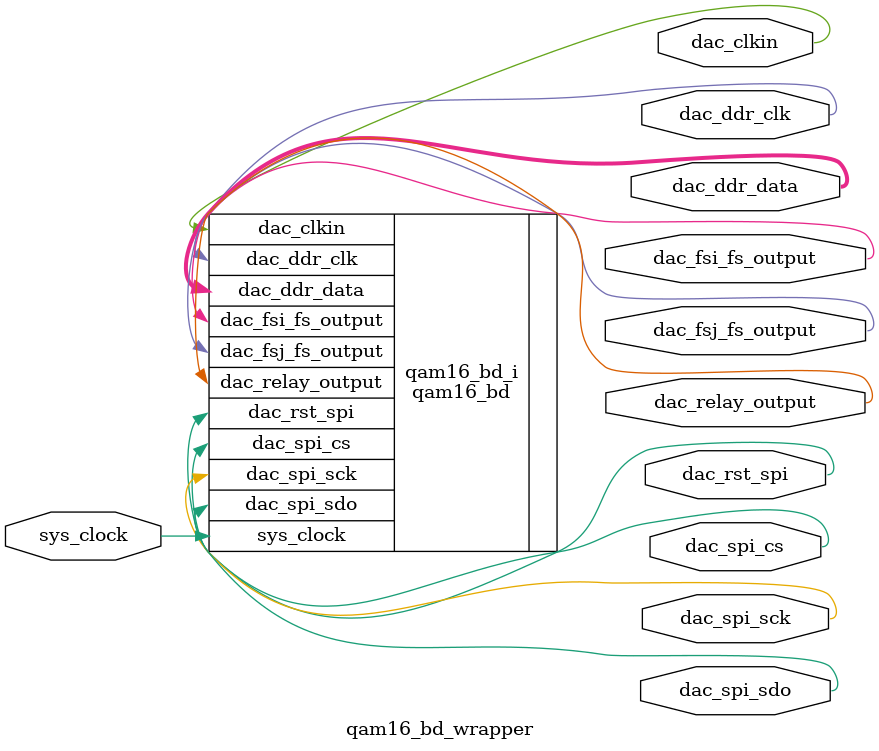
<source format=v>
`timescale 1 ps / 1 ps

module qam16_bd_wrapper
   (dac_clkin,
    dac_ddr_clk,
    dac_ddr_data,
    dac_fsi_fs_output,
    dac_fsj_fs_output,
    dac_relay_output,
    dac_rst_spi,
    dac_spi_cs,
    dac_spi_sck,
    dac_spi_sdo,
    sys_clock);
  output dac_clkin;
  output dac_ddr_clk;
  output [13:0]dac_ddr_data;
  output dac_fsi_fs_output;
  output dac_fsj_fs_output;
  output dac_relay_output;
  output dac_rst_spi;
  output dac_spi_cs;
  output dac_spi_sck;
  output dac_spi_sdo;
  input sys_clock;

  wire dac_clkin;
  wire dac_ddr_clk;
  wire [13:0]dac_ddr_data;
  wire dac_fsi_fs_output;
  wire dac_fsj_fs_output;
  wire dac_relay_output;
  wire dac_rst_spi;
  wire dac_spi_cs;
  wire dac_spi_sck;
  wire dac_spi_sdo;
  wire sys_clock;

  qam16_bd qam16_bd_i
       (.dac_clkin(dac_clkin),
        .dac_ddr_clk(dac_ddr_clk),
        .dac_ddr_data(dac_ddr_data),
        .dac_fsi_fs_output(dac_fsi_fs_output),
        .dac_fsj_fs_output(dac_fsj_fs_output),
        .dac_relay_output(dac_relay_output),
        .dac_rst_spi(dac_rst_spi),
        .dac_spi_cs(dac_spi_cs),
        .dac_spi_sck(dac_spi_sck),
        .dac_spi_sdo(dac_spi_sdo),
        .sys_clock(sys_clock));
endmodule

</source>
